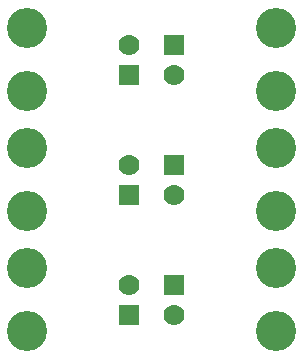
<source format=gts>
%TF.GenerationSoftware,KiCad,Pcbnew,9.0.7-9.0.7~ubuntu24.04.1*%
%TF.CreationDate,2026-01-24T16:40:20-08:00*%
%TF.ProjectId,CAN-hub,43414e2d-6875-4622-9e6b-696361645f70,1*%
%TF.SameCoordinates,Original*%
%TF.FileFunction,Soldermask,Top*%
%TF.FilePolarity,Negative*%
%FSLAX46Y46*%
G04 Gerber Fmt 4.6, Leading zero omitted, Abs format (unit mm)*
G04 Created by KiCad (PCBNEW 9.0.7-9.0.7~ubuntu24.04.1) date 2026-01-24 16:40:20*
%MOMM*%
%LPD*%
G01*
G04 APERTURE LIST*
%ADD10C,3.400000*%
%ADD11R,1.778000X1.778000*%
%ADD12C,1.778000*%
G04 APERTURE END LIST*
D10*
%TO.C,J3*%
X168144000Y-130051000D03*
X168144000Y-124711000D03*
D11*
X176784000Y-128651000D03*
D12*
X176784000Y-126111000D03*
%TD*%
D10*
%TO.C,J4*%
X189234000Y-124711000D03*
X189234000Y-130051000D03*
D11*
X180594000Y-126111000D03*
D12*
X180594000Y-128651000D03*
%TD*%
D10*
%TO.C,J5*%
X168144000Y-140211000D03*
X168144000Y-134871000D03*
D11*
X176784000Y-138811000D03*
D12*
X176784000Y-136271000D03*
%TD*%
D10*
%TO.C,J6*%
X189234000Y-134871000D03*
X189234000Y-140211000D03*
D11*
X180594000Y-136271000D03*
D12*
X180594000Y-138811000D03*
%TD*%
D10*
%TO.C,J1*%
X168144000Y-119888000D03*
X168144000Y-114548000D03*
D11*
X176784000Y-118488000D03*
D12*
X176784000Y-115948000D03*
%TD*%
D10*
%TO.C,J2*%
X189234000Y-114548000D03*
X189234000Y-119888000D03*
D11*
X180594000Y-115948000D03*
D12*
X180594000Y-118488000D03*
%TD*%
M02*

</source>
